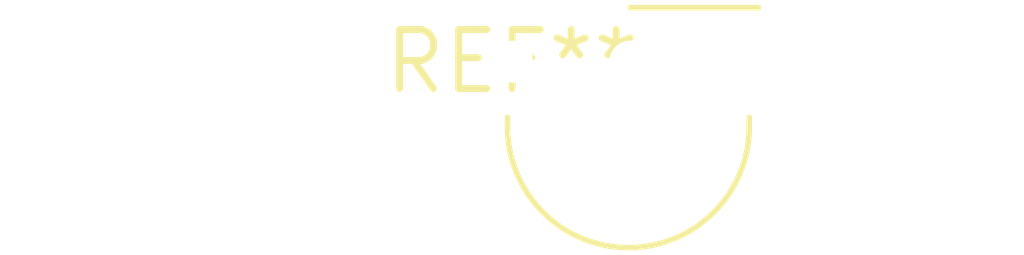
<source format=kicad_pcb>
(kicad_pcb (version 20240108) (generator pcbnew)
  (layers (0 "F.Cu" signal) (31 "B.Cu" signal) (34 "B.Paste" user) (35 "F.Paste" user) (36 "B.SilkS" user "B.Silkscreen") (37 "F.SilkS" user "F.Silkscreen") (38 "B.Mask" user) (39 "F.Mask" user) (44 "Edge.Cuts" user))
  (net 0 "")
  (footprint "Vishay_MINIMOLD-3Pin" (layer "F.Cu") (at 0 0)
    (property "Reference" "REF**")
    (property "Value" "Vishay_MINIMOLD-3Pin")
    (fp_line (start -0.1 1.4) (end -0.1 1.2) (layer "F.SilkS") (stroke (width 0.12)))
    (fp_line (start 5.1 1.4) (end 5.1 1.2) (layer "F.SilkS") (stroke (width 0.12)))
    (fp_line (start 5.3 -1.16) (end 2.54 -1.16) (layer "F.SilkS") (stroke (width 0.12)))
    (fp_arc (start 5.1 1.4) (mid 2.5 4) (end -0.1 1.4) (layer "F.SilkS") (stroke (width 0.12)))
    (pad "1" thru_hole roundrect (at 0 0) (size 1.8 1.8) (drill 0.9) (layers *.Cu *.Mask) (remove_unused_layers) (roundrect_rratio 0.139))
    (pad "2" thru_hole circle (at 2.54 0) (size 1.8 1.8) (drill 0.9) (layers *.Cu *.Mask) (remove_unused_layers))
    (pad "3" thru_hole circle (at 5.08 0) (size 1.8 1.8) (drill 0.9) (layers *.Cu *.Mask) (remove_unused_layers))
  )
)
</source>
